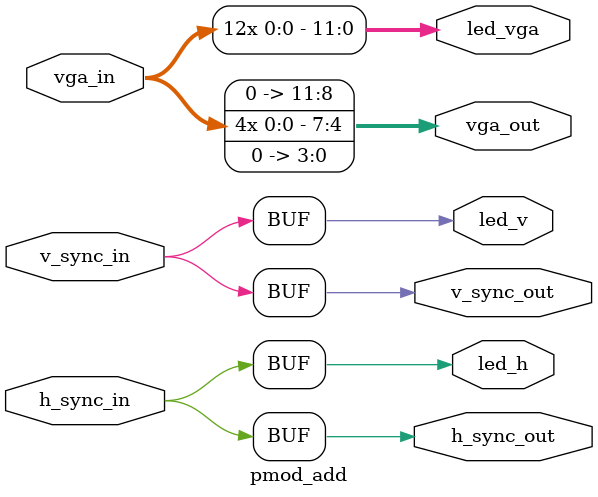
<source format=v>
`timescale 1ns / 1ps


module pmod_add(
    input vga_in,
    input h_sync_in,
    input v_sync_in,
    output wire [11:0]vga_out,
    output h_sync_out,
    output v_sync_out,
    output led_h,
    output led_v,
    output [11:0] led_vga
    

    );
    
    
     
     assign vga_out[0] = 0;             //to display green colour when given a high '1' input
     assign vga_out[1] = 0;
     assign vga_out[2] = 0;
     assign vga_out[3] = 0;
     assign vga_out[4] = vga_in;
     assign vga_out[5] = vga_in;
     assign vga_out[6] = vga_in;
     assign vga_out[7] = vga_in;
     assign vga_out[8] = 0;
     assign vga_out[9] = 0;
     assign vga_out[10] = 0;
     assign vga_out[11] = 0;
     
     


    assign v_sync_out = v_sync_in;
    assign h_sync_out = h_sync_in;
    
    assign led_h = h_sync_in;           //debug leds to check hsync and vsync from the zync board
    assign led_v = v_sync_in;

    assign led_vga[0] = vga_in;
    assign led_vga[1] = vga_in;
    assign led_vga[2] = vga_in;
    assign led_vga[3] = vga_in;
    assign led_vga[4] = vga_in;
    assign led_vga[5] = vga_in;
    assign led_vga[6] = vga_in;
    assign led_vga[7] = vga_in;
    assign led_vga[8] = vga_in;
    assign led_vga[9] = vga_in;
    assign led_vga[10] = vga_in;
    assign led_vga[11] = vga_in;
   
    
endmodule

</source>
